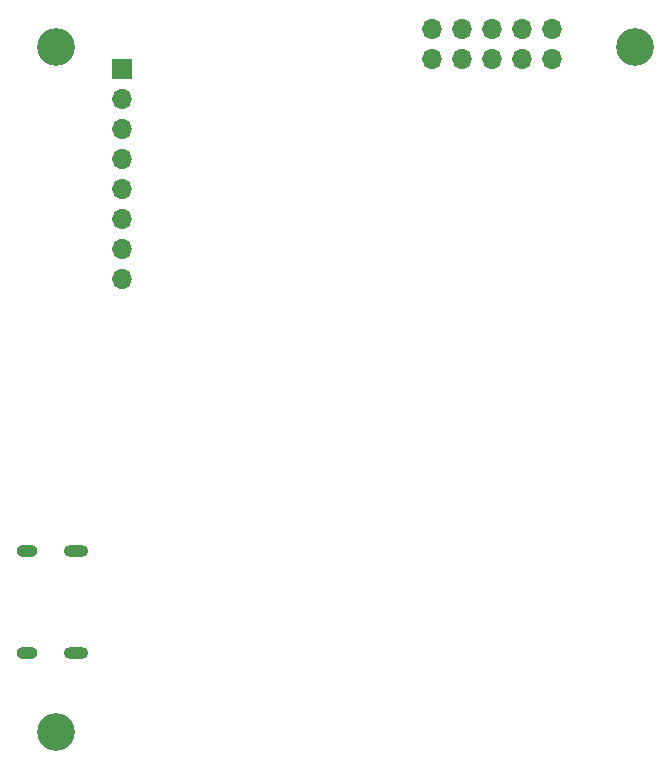
<source format=gbr>
%TF.GenerationSoftware,KiCad,Pcbnew,9.0.0*%
%TF.CreationDate,2025-03-13T15:17:37+10:00*%
%TF.ProjectId,Version 1,56657273-696f-46e2-9031-2e6b69636164,rev?*%
%TF.SameCoordinates,Original*%
%TF.FileFunction,Soldermask,Bot*%
%TF.FilePolarity,Negative*%
%FSLAX46Y46*%
G04 Gerber Fmt 4.6, Leading zero omitted, Abs format (unit mm)*
G04 Created by KiCad (PCBNEW 9.0.0) date 2025-03-13 15:17:37*
%MOMM*%
%LPD*%
G01*
G04 APERTURE LIST*
%ADD10O,1.700000X1.700000*%
%ADD11C,3.200000*%
%ADD12O,2.100000X1.000000*%
%ADD13O,1.800000X1.000000*%
%ADD14R,1.700000X1.700000*%
G04 APERTURE END LIST*
D10*
%TO.C,J3*%
X62000000Y-18460000D03*
X62000000Y-21000000D03*
X59460000Y-18460000D03*
X59460000Y-21000000D03*
X56920000Y-18460000D03*
X56920000Y-21000000D03*
X54380000Y-18460000D03*
X54380000Y-21000000D03*
X51840000Y-18460000D03*
X51840000Y-21000000D03*
%TD*%
D11*
%TO.C,H2*%
X20000000Y-20000000D03*
%TD*%
D12*
%TO.C,J1*%
X21680000Y-62680000D03*
X21680000Y-71320000D03*
D13*
X17500000Y-62680000D03*
X17500000Y-71320000D03*
%TD*%
D11*
%TO.C,H1*%
X69000000Y-20000000D03*
%TD*%
D14*
%TO.C,J2*%
X25600000Y-21920000D03*
D10*
X25600000Y-24460000D03*
X25600000Y-27000000D03*
X25600000Y-29540000D03*
X25600000Y-32080000D03*
X25600000Y-34620000D03*
X25600000Y-37160000D03*
X25600000Y-39700000D03*
%TD*%
D11*
%TO.C,H3*%
X20000000Y-78000000D03*
%TD*%
M02*

</source>
